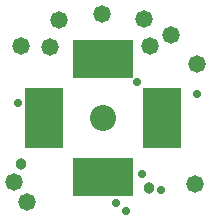
<source format=gbs>
%FSTAX23Y23*%
%MOIN*%
%SFA1B1*%

%IPPOS*%
%ADD31C,0.086740*%
%ADD32C,0.028000*%
%ADD33C,0.038000*%
%ADD34C,0.058000*%
%ADD35R,0.126110X0.204850*%
%ADD36R,0.204850X0.126110*%
%LNactive_electrode-1*%
%LPD*%
G54D31*
X00448Y0043D03*
G54D32*
X00577Y00242D03*
X00165Y0048D03*
X00525Y0012D03*
X0064Y0019D03*
X0049Y00146D03*
X0076Y0051D03*
X00562Y0055D03*
G54D33*
X006Y00195D03*
X00175Y00275D03*
G54D34*
X0015Y00215D03*
X00195Y0015D03*
X0076Y0061D03*
X00675Y00705D03*
X00755Y0021D03*
X0027Y00665D03*
X00605Y0067D03*
X00445Y00775D03*
X00175Y0067D03*
X00585Y0076D03*
X003Y00755D03*
G54D35*
X00645Y0043D03*
X00251D03*
G54D36*
X00448Y00626D03*
Y00233D03*
M02*
</source>
